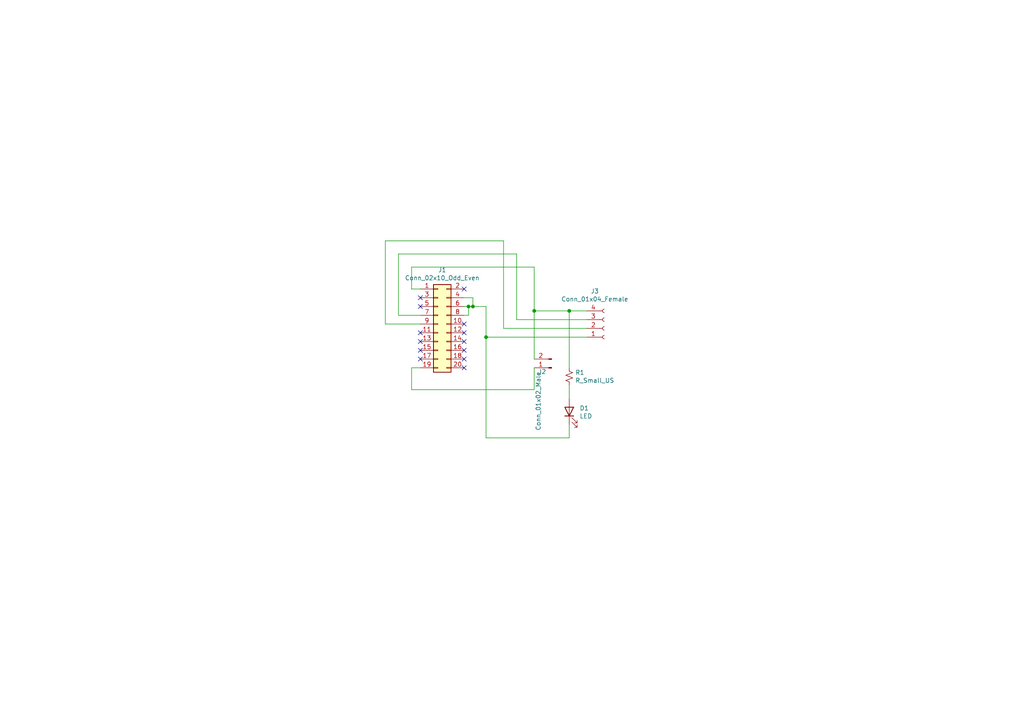
<source format=kicad_sch>
(kicad_sch (version 20230121) (generator eeschema)
  (paper "A4")
  (lib_symbols
    (symbol "stlink_adapter:Conn_01x02_Male-Connector" (pin_names (offset 1.016) hide)
      (property "Reference" "J" (at 0 2.54 0))
      (property "Value" "Connector_Conn_01x02_Male" (at 0 -5.08 0))
      (symbol "Conn_01x02_Male-Connector_1_1"
        (polyline (pts (xy 1.27 -2.54) (xy 0.8636 -2.54)) (stroke (width 0.1524)))
        (polyline (pts (xy 1.27 0) (xy 0.8636 0)) (stroke (width 0.1524)))
        (rectangle (start 0.8636 -2.413) (end 0 -2.667) (stroke (width 0.1524)) (fill (type outline)))
        (rectangle (start 0.8636 0.127) (end 0 -0.127) (stroke (width 0.1524)) (fill (type outline)))
        (pin passive line (at 5.08 0 180) (length 3.81) (name "Pin_1") (number "1"))
        (pin passive line (at 5.08 -2.54 180) (length 3.81) (name "Pin_2") (number "2"))
      )
    )
    (symbol "stlink_adapter:Conn_01x04_Female-Connector" (pin_names (offset 1.016) hide)
      (property "Reference" "J" (at 0 5.08 0))
      (property "Value" "Connector_Conn_01x04_Female" (at 0 -7.62 0))
      (symbol "Conn_01x04_Female-Connector_1_1"
        (arc (start 0 -4.572) (mid -0.5058 -5.08) (end 0 -5.588) (stroke (width 0.1524)))
        (arc (start 0 -2.032) (mid -0.5058 -2.54) (end 0 -3.048) (stroke (width 0.1524)))
        (polyline (pts (xy -1.27 -5.08) (xy -0.508 -5.08)) (stroke (width 0.1524)))
        (polyline (pts (xy -1.27 -2.54) (xy -0.508 -2.54)) (stroke (width 0.1524)))
        (polyline (pts (xy -1.27 0) (xy -0.508 0)) (stroke (width 0.1524)))
        (polyline (pts (xy -1.27 2.54) (xy -0.508 2.54)) (stroke (width 0.1524)))
        (arc (start 0 0.508) (mid -0.5058 0) (end 0 -0.508) (stroke (width 0.1524)))
        (arc (start 0 3.048) (mid -0.5058 2.54) (end 0 2.032) (stroke (width 0.1524)))
        (pin passive line (at -5.08 2.54 0) (length 3.81) (name "Pin_1") (number "1"))
        (pin passive line (at -5.08 0 0) (length 3.81) (name "Pin_2") (number "2"))
        (pin passive line (at -5.08 -2.54 0) (length 3.81) (name "Pin_3") (number "3"))
        (pin passive line (at -5.08 -5.08 0) (length 3.81) (name "Pin_4") (number "4"))
      )
    )
    (symbol "stlink_adapter:Conn_02x10_Odd_Even" (pin_names (offset 1.016) hide)
      (property "Reference" "J" (at 1.27 12.7 0))
      (property "Value" "Conn_02x10_Odd_Even" (at 1.27 -15.24 0))
      (symbol "Conn_02x10_Odd_Even_1_1"
        (rectangle (start -1.27 -12.573) (end 0 -12.827) (stroke (width 0.1524)))
        (rectangle (start -1.27 -10.033) (end 0 -10.287) (stroke (width 0.1524)))
        (rectangle (start -1.27 -7.493) (end 0 -7.747) (stroke (width 0.1524)))
        (rectangle (start -1.27 -4.953) (end 0 -5.207) (stroke (width 0.1524)))
        (rectangle (start -1.27 -2.413) (end 0 -2.667) (stroke (width 0.1524)))
        (rectangle (start -1.27 0.127) (end 0 -0.127) (stroke (width 0.1524)))
        (rectangle (start -1.27 2.667) (end 0 2.413) (stroke (width 0.1524)))
        (rectangle (start -1.27 5.207) (end 0 4.953) (stroke (width 0.1524)))
        (rectangle (start -1.27 7.747) (end 0 7.493) (stroke (width 0.1524)))
        (rectangle (start -1.27 10.287) (end 0 10.033) (stroke (width 0.1524)))
        (rectangle (start -1.27 11.43) (end 3.81 -13.97) (stroke (width 0.254)) (fill (type background)))
        (rectangle (start 3.81 -12.573) (end 2.54 -12.827) (stroke (width 0.1524)))
        (rectangle (start 3.81 -10.033) (end 2.54 -10.287) (stroke (width 0.1524)))
        (rectangle (start 3.81 -7.493) (end 2.54 -7.747) (stroke (width 0.1524)))
        (rectangle (start 3.81 -4.953) (end 2.54 -5.207) (stroke (width 0.1524)))
        (rectangle (start 3.81 -2.413) (end 2.54 -2.667) (stroke (width 0.1524)))
        (rectangle (start 3.81 0.127) (end 2.54 -0.127) (stroke (width 0.1524)))
        (rectangle (start 3.81 2.667) (end 2.54 2.413) (stroke (width 0.1524)))
        (rectangle (start 3.81 5.207) (end 2.54 4.953) (stroke (width 0.1524)))
        (rectangle (start 3.81 7.747) (end 2.54 7.493) (stroke (width 0.1524)))
        (rectangle (start 3.81 10.287) (end 2.54 10.033) (stroke (width 0.1524)))
        (pin passive line (at -5.08 10.16 0) (length 3.81) (name "Pin_1") (number "1"))
        (pin passive line (at 7.62 0 180) (length 3.81) (name "Pin_10") (number "10"))
        (pin passive line (at -5.08 -2.54 0) (length 3.81) (name "Pin_11") (number "11"))
        (pin passive line (at 7.62 -2.54 180) (length 3.81) (name "Pin_12") (number "12"))
        (pin passive line (at -5.08 -5.08 0) (length 3.81) (name "Pin_13") (number "13"))
        (pin passive line (at 7.62 -5.08 180) (length 3.81) (name "Pin_14") (number "14"))
        (pin passive line (at -5.08 -7.62 0) (length 3.81) (name "Pin_15") (number "15"))
        (pin passive line (at 7.62 -7.62 180) (length 3.81) (name "Pin_16") (number "16"))
        (pin passive line (at -5.08 -10.16 0) (length 3.81) (name "Pin_17") (number "17"))
        (pin passive line (at 7.62 -10.16 180) (length 3.81) (name "Pin_18") (number "18"))
        (pin passive line (at -5.08 -12.7 0) (length 3.81) (name "Pin_19") (number "19"))
        (pin passive line (at 7.62 10.16 180) (length 3.81) (name "Pin_2") (number "2"))
        (pin passive line (at 7.62 -12.7 180) (length 3.81) (name "Pin_20") (number "20"))
        (pin passive line (at -5.08 7.62 0) (length 3.81) (name "Pin_3") (number "3"))
        (pin passive line (at 7.62 7.62 180) (length 3.81) (name "Pin_4") (number "4"))
        (pin passive line (at -5.08 5.08 0) (length 3.81) (name "Pin_5") (number "5"))
        (pin passive line (at 7.62 5.08 180) (length 3.81) (name "Pin_6") (number "6"))
        (pin passive line (at -5.08 2.54 0) (length 3.81) (name "Pin_7") (number "7"))
        (pin passive line (at 7.62 2.54 180) (length 3.81) (name "Pin_8") (number "8"))
        (pin passive line (at -5.08 0 0) (length 3.81) (name "Pin_9") (number "9"))
      )
    )
    (symbol "stlink_adapter:LED" (pin_numbers hide) (pin_names (offset 1.016) hide)
      (property "Reference" "D" (at 0 2.54 0))
      (property "Value" "LED" (at 0 -2.54 0))
      (symbol "LED_0_1"
        (polyline (pts (xy -1.27 -1.27) (xy -1.27 1.27)) (stroke (width 0.254)))
        (polyline (pts (xy -1.27 0) (xy 1.27 0)))
        (polyline (pts (xy 1.27 -1.27) (xy 1.27 1.27) (xy -1.27 0) (xy 1.27 -1.27)) (stroke (width 0.254)))
        (polyline (pts (xy -3.048 -0.762) (xy -4.572 -2.286) (xy -3.81 -2.286) (xy -4.572 -2.286) (xy -4.572 -1.524)))
        (polyline (pts (xy -1.778 -0.762) (xy -3.302 -2.286) (xy -2.54 -2.286) (xy -3.302 -2.286) (xy -3.302 -1.524)))
      )
      (symbol "LED_1_1"
        (pin passive line (at -3.81 0 0) (length 2.54) (name "K") (number "1"))
        (pin passive line (at 3.81 0 180) (length 2.54) (name "A") (number "2"))
      )
    )
    (symbol "stlink_adapter:R_Small_US" (pin_numbers hide) (pin_names (offset 0.254) hide)
      (property "Reference" "R" (at 0.762 0.508 0))
      (property "Value" "R_Small_US" (at 0.762 -1.016 0))
      (symbol "R_Small_US_1_1"
        (polyline (pts (xy 0 0) (xy 1.016 -0.381) (xy 0 -0.762) (xy -1.016 -1.143) (xy 0 -1.524)))
        (polyline (pts (xy 0 1.524) (xy 1.016 1.143) (xy 0 0.762) (xy -1.016 0.381) (xy 0 0)))
        (pin passive line (at 0 2.54 270) (length 1.016) (name "~") (number "1"))
        (pin passive line (at 0 -2.54 90) (length 1.016) (name "~") (number "2"))
      )
    )
  )
  (junction (at 135.89 88.9))
  (junction (at 137.16 88.9))
  (junction (at 140.97 97.79))
  (junction (at 154.94 90.17))
  (junction (at 165.1 90.17))
  (no_connect (at 121.92 104.14))
  (no_connect (at 134.62 93.98))
  (no_connect (at 134.62 96.52))
  (no_connect (at 121.92 88.9))
  (no_connect (at 121.92 99.06))
  (no_connect (at 121.92 96.52))
  (no_connect (at 134.62 101.6))
  (no_connect (at 134.62 99.06))
  (no_connect (at 134.62 104.14))
  (no_connect (at 121.92 86.36))
  (no_connect (at 134.62 83.82))
  (no_connect (at 121.92 101.6))
  (no_connect (at 134.62 106.68))
  (wire (pts (xy 115.57 91.44) (xy 115.57 73.66)))
  (wire (pts (xy 154.94 106.68) (xy 154.94 113.03)))
  (wire (pts (xy 119.38 83.82) (xy 119.38 77.47)))
  (wire (pts (xy 154.94 104.14) (xy 154.94 90.17)))
  (wire (pts (xy 140.97 97.79) (xy 140.97 127)))
  (wire (pts (xy 121.92 91.44) (xy 115.57 91.44)))
  (wire (pts (xy 170.18 97.79) (xy 140.97 97.79)))
  (wire (pts (xy 119.38 113.03) (xy 154.94 113.03)))
  (wire (pts (xy 165.1 111.76) (xy 165.1 115.57)))
  (wire (pts (xy 140.97 127) (xy 165.1 127)))
  (wire (pts (xy 134.62 86.36) (xy 137.16 86.36)))
  (wire (pts (xy 135.89 91.44) (xy 135.89 88.9)))
  (wire (pts (xy 121.92 93.98) (xy 111.76 93.98)))
  (wire (pts (xy 111.76 93.98) (xy 111.76 69.85)))
  (wire (pts (xy 170.18 90.17) (xy 165.1 90.17)))
  (wire (pts (xy 115.57 73.66) (xy 149.86 73.66)))
  (wire (pts (xy 137.16 86.36) (xy 137.16 88.9)))
  (wire (pts (xy 146.05 95.25) (xy 170.18 95.25)))
  (wire (pts (xy 165.1 127) (xy 165.1 123.19)))
  (wire (pts (xy 137.16 88.9) (xy 140.97 88.9)))
  (wire (pts (xy 154.94 90.17) (xy 165.1 90.17)))
  (wire (pts (xy 149.86 92.71) (xy 170.18 92.71)))
  (wire (pts (xy 146.05 69.85) (xy 146.05 95.25)))
  (wire (pts (xy 154.94 77.47) (xy 154.94 90.17)))
  (wire (pts (xy 119.38 77.47) (xy 154.94 77.47)))
  (wire (pts (xy 111.76 69.85) (xy 146.05 69.85)))
  (wire (pts (xy 134.62 88.9) (xy 135.89 88.9)))
  (wire (pts (xy 149.86 73.66) (xy 149.86 92.71)))
  (wire (pts (xy 165.1 106.68) (xy 165.1 90.17)))
  (wire (pts (xy 121.92 106.68) (xy 119.38 106.68)))
  (wire (pts (xy 134.62 91.44) (xy 135.89 91.44)))
  (wire (pts (xy 135.89 88.9) (xy 137.16 88.9)))
  (wire (pts (xy 119.38 106.68) (xy 119.38 113.03)))
  (wire (pts (xy 140.97 88.9) (xy 140.97 97.79)))
  (wire (pts (xy 121.92 83.82) (xy 119.38 83.82)))
  (symbol (lib_id "stlink_adapter:Conn_02x10_Odd_Even") (at 127 93.98 0) (unit 1)
    (property "Reference" "J1" (at 128.27 78.3082 0))
    (property "Value" "Conn_02x10_Odd_Even" (at 128.27 80.6196 0))
    (property "Footprint" "stlink_adapter:PinHeader_2x10_P2.54mm_Vertical" (effects hide))
  )
  (symbol (lib_id "stlink_adapter:Conn_01x04_Female-Connector") (at 175.26 95.25 0) (mirror x) (unit 1)
    (property "Reference" "J3" (at 172.5168 84.455 0))
    (property "Value" "Conn_01x04_Female" (at 172.5168 86.7664 0))
    (property "Footprint" "stlink_adapter:PinHeader_1x04_P2.54mm_Vertical" (effects hide))
  )
  (symbol (lib_id "stlink_adapter:Conn_01x02_Male-Connector") (at 160.02 106.68 180) (unit 1)
    (property "Reference" "J2" (at 158.4452 107.7976 0) (effects (justify left)))
    (property "Value" "Conn_01x02_Male" (at 156.1338 107.7976 90) (effects (justify left)))
    (property "Footprint" "stlink_adapter:PinHeader_1x02_P2.54mm_Vertical" (effects hide))
  )
  (symbol (lib_id "stlink_adapter:LED") (at 165.1 119.38 90) (unit 1)
    (property "Reference" "D1" (at 168.0972 118.3894 90) (effects (justify right)))
    (property "Value" "LED" (at 168.0972 120.7008 90) (effects (justify right)))
    (property "Footprint" "stlink_adapter:LED_0603_1608Metric_Pad1.05x0.95mm_HandSolder" (effects hide))
  )
  (symbol (lib_id "stlink_adapter:R_Small_US") (at 165.1 109.22 0) (unit 1)
    (property "Reference" "R1" (at 166.8272 108.0516 0) (effects (justify left)))
    (property "Value" "R_Small_US" (at 166.8272 110.363 0) (effects (justify left)))
    (property "Footprint" "stlink_adapter:R_0603_1608Metric_Pad1.05x0.95mm_HandSolder" (effects hide))
  )
)
</source>
